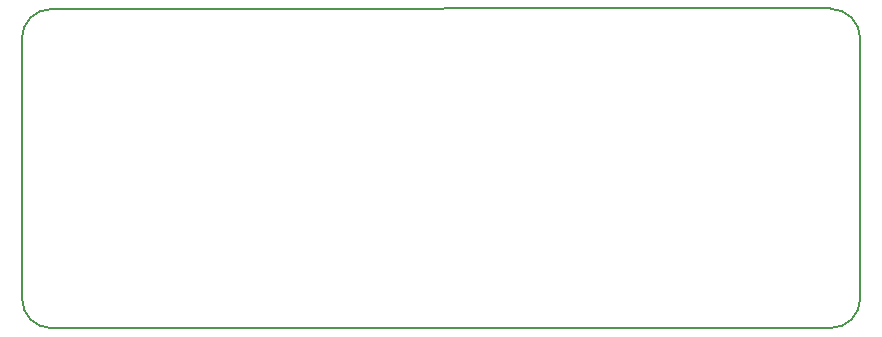
<source format=gbr>
G04 #@! TF.GenerationSoftware,KiCad,Pcbnew,(5.0.0)*
G04 #@! TF.CreationDate,2019-01-08T22:48:22-05:00*
G04 #@! TF.ProjectId,PoE PSE,506F45205053452E6B696361645F7063,rev?*
G04 #@! TF.SameCoordinates,Original*
G04 #@! TF.FileFunction,Profile,NP*
%FSLAX46Y46*%
G04 Gerber Fmt 4.6, Leading zero omitted, Abs format (unit mm)*
G04 Created by KiCad (PCBNEW (5.0.0)) date 01/08/19 22:48:22*
%MOMM*%
%LPD*%
G01*
G04 APERTURE LIST*
%ADD10C,0.150000*%
G04 APERTURE END LIST*
D10*
X162636200Y-93129100D02*
G75*
G02X165112700Y-95605600I0J-2476500D01*
G01*
X165125400Y-117665500D02*
G75*
G02X162648900Y-120142000I-2476500J0D01*
G01*
X96634300Y-120154700D02*
G75*
G02X94157800Y-117678200I0J2476500D01*
G01*
X94145100Y-95618300D02*
G75*
G02X96621600Y-93141800I2476500J0D01*
G01*
X165125400Y-117678200D02*
X165100000Y-95580200D01*
X162636200Y-93091000D02*
X96621600Y-93141800D01*
X96634300Y-120154700D02*
X162648900Y-120129300D01*
X94145100Y-95592900D02*
X94157800Y-117690900D01*
M02*

</source>
